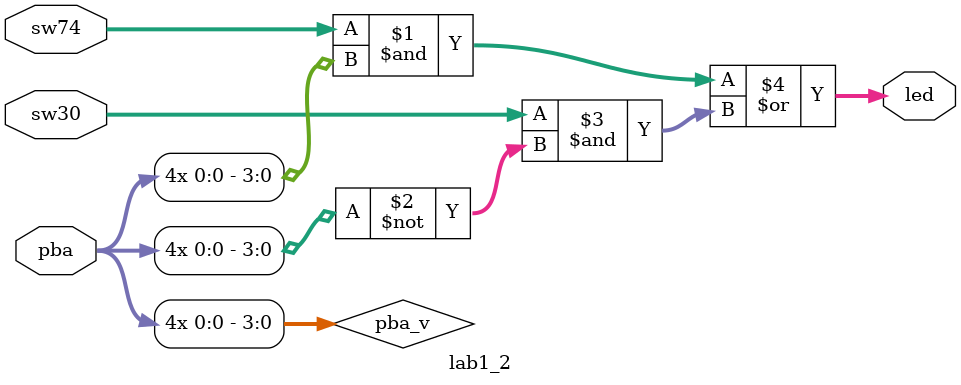
<source format=sv>
module lab1_2
(
input [3:0] sw74,
input [3:0] sw30,
input pba,
output [3:0] led
);

wire [3:0] pba_v;

assign pba_v[0] = pba;
assign pba_v[1] = pba;
assign pba_v[2] = pba;
assign pba_v[3] = pba;

assign led = (sw74 & pba_v)|(sw30 & ~pba_v);

endmodule

</source>
